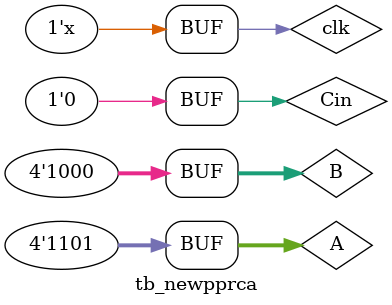
<source format=v>
`timescale 1ns/1ns

module full_adder(a, b, cin, s, cout);
 input a, b, cin;
 output s, cout;

 assign s = a ^ b ^ cin;
 assign cout = ( a & b ) | ( ( a ^ b ) & cin );

endmodule

module delay1(i,clk,o);
 input i;
 input clk;
 output reg o;

 
 always@(posedge clk)begin
  o <= i;
 end

endmodule

module delay2(i,clk,o);
 input i;
 input clk;
 output reg o;

 reg r_data;

 always@(posedge clk)begin
  r_data    <= i;
  o         <= r_data;
 end

endmodule


module delay3(i,clk,o);
 input i;
 input clk;
 output reg o;

 reg r_data[0:1];

 always@(posedge clk)begin
  r_data[0] <= i;
  r_data[1] <= r_data[0];
  o         <= r_data[1];
 end

endmodule

module delay4(i,clk,o); //??
 input i;
 input clk;
 output reg o;

 reg r_data[0:2];

 always@(posedge clk)begin
  r_data[0] <= i;
  r_data[1] <= r_data[0];
  r_data[2] <= r_data[1];
  o         <= r_data[2];
 end

endmodule


module pprca_4bit(A,B,Cin,clk,S,Cout);

 input [3:0]A,B;
 input Cin;
 input clk;
 output [3:0]S;
 output Cout;

 wire [3:0]a, b;
 wire [2:0]s;
 wire [6:0]c;

 delay1 dl0(A[0],clk,a[0]);
 delay1 dl1(B[0],clk,b[0]);
 delay2 dl2(A[1],clk,a[1]);
 delay2 dl3(B[1],clk,b[1]);
 delay3 dl4(A[2],clk,a[2]);
 delay3 dl5(B[2],clk,b[2]);
 delay4 dl6(A[3],clk,a[3]);
 delay4 dl7(B[3],clk,b[3]);

 delay1 dl8(Cin,clk,c[0]);
 full_adder fa0(a[0],b[0],c[0],s[0],c[1]);
 delay1 dl9(c[1],clk,c[2]);
 full_adder fa1(a[1],b[1],c[2],s[1],c[3]);
 delay1 dl10(c[3],clk,c[4]);
 full_adder fa2(a[2],b[2],c[4],s[2],c[5]);
 delay1 dl11(c[5],clk,c[6]);
 full_adder fa3(a[3],b[3],c[6],S[3],Cout);

 delay1 dl14(s[2],clk,S[2]);
 delay2 dl13(s[1],clk,S[1]);
 delay3 dl12(s[0],clk,S[0]);

 endmodule


module tb_newpprca();
 reg clk=1'b0;
 reg [3:0]A, B;
 reg Cin;
 
 wire [3:0]S;
 wire Cout;

 pprca_4bit pprca0(A,B,Cin,clk,S,Cout);
 
 always #5 clk=~clk;
 
 initial begin
 A=4'b1100; B=4'b1101; Cin=0;
 #10
 A=4'b1000; B=4'b0001; Cin=0;
 #10
 A=4'b0100; B=4'b0111; Cin=0;
 #10
 A=4'b0010; B=4'b1101; Cin=1;
 #10
 A=4'b0101; B=4'b0101; Cin=1;
 #10
 A=4'b1101; B=4'b1000; Cin=0;

  end
endmodule

</source>
